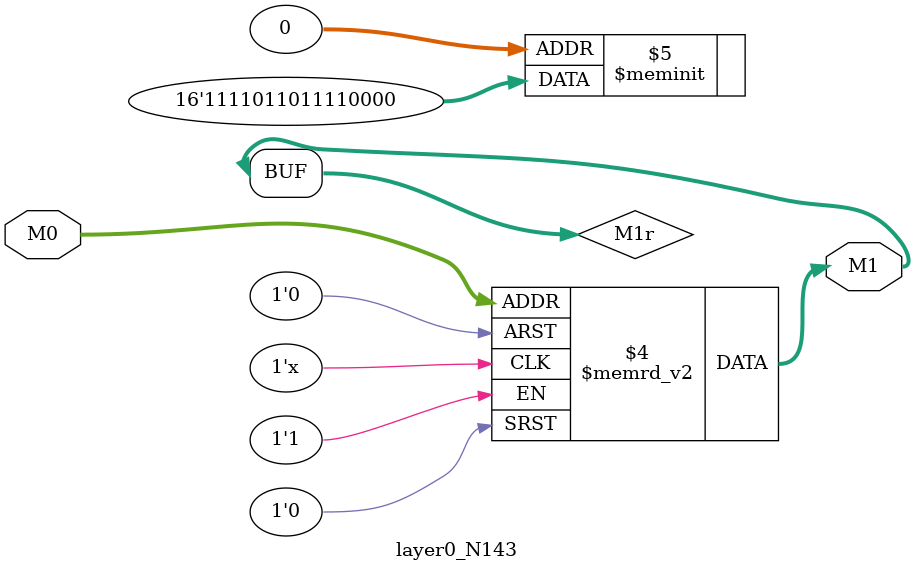
<source format=v>
module layer0_N143 ( input [2:0] M0, output [1:0] M1 );

	(*rom_style = "distributed" *) reg [1:0] M1r;
	assign M1 = M1r;
	always @ (M0) begin
		case (M0)
			3'b000: M1r = 2'b00;
			3'b100: M1r = 2'b10;
			3'b010: M1r = 2'b11;
			3'b110: M1r = 2'b11;
			3'b001: M1r = 2'b00;
			3'b101: M1r = 2'b01;
			3'b011: M1r = 2'b11;
			3'b111: M1r = 2'b11;

		endcase
	end
endmodule

</source>
